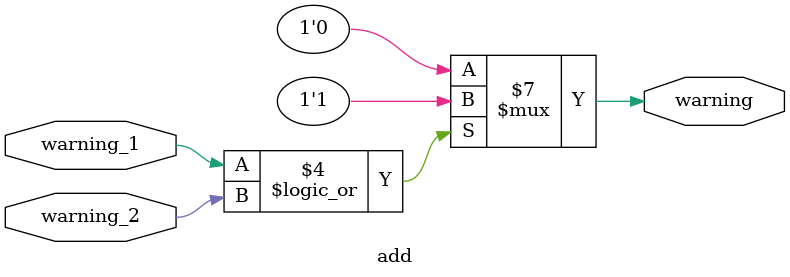
<source format=v>
`timescale 1ns / 1ps


module add(
    input warning_1,
    input warning_2,
    output warning
    );
    wire warning_1,warning_2;
    reg warning=0;
    always @(warning_1 or warning_2)
    begin
        if(warning_1==1||warning_2==1)
            warning=1;
        else
            warning=0;
    end
endmodule

</source>
